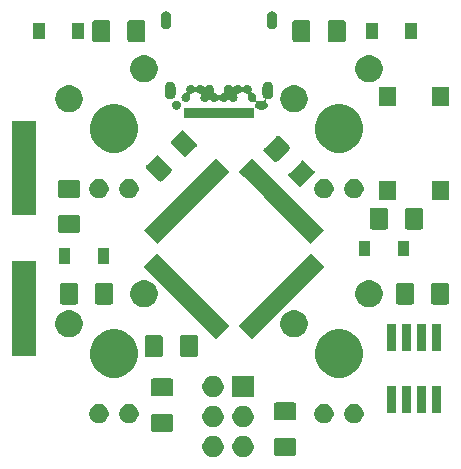
<source format=gbr>
G04 #@! TF.GenerationSoftware,KiCad,Pcbnew,5.1.5+dfsg1-2build2*
G04 #@! TF.CreationDate,2020-07-26T19:44:38+10:00*
G04 #@! TF.ProjectId,macr0,6d616372-302e-46b6-9963-61645f706362,rev?*
G04 #@! TF.SameCoordinates,Original*
G04 #@! TF.FileFunction,Soldermask,Bot*
G04 #@! TF.FilePolarity,Negative*
%FSLAX46Y46*%
G04 Gerber Fmt 4.6, Leading zero omitted, Abs format (unit mm)*
G04 Created by KiCad (PCBNEW 5.1.5+dfsg1-2build2) date 2020-07-26 19:44:38*
%MOMM*%
%LPD*%
G04 APERTURE LIST*
%ADD10C,0.100000*%
G04 APERTURE END LIST*
D10*
G36*
X138543512Y-115689927D02*
G01*
X138692812Y-115719624D01*
X138856784Y-115787544D01*
X139004354Y-115886147D01*
X139129853Y-116011646D01*
X139228456Y-116159216D01*
X139296376Y-116323188D01*
X139331000Y-116497259D01*
X139331000Y-116674741D01*
X139296376Y-116848812D01*
X139228456Y-117012784D01*
X139129853Y-117160354D01*
X139004354Y-117285853D01*
X138856784Y-117384456D01*
X138692812Y-117452376D01*
X138543512Y-117482073D01*
X138518742Y-117487000D01*
X138341258Y-117487000D01*
X138316488Y-117482073D01*
X138167188Y-117452376D01*
X138003216Y-117384456D01*
X137855646Y-117285853D01*
X137730147Y-117160354D01*
X137631544Y-117012784D01*
X137563624Y-116848812D01*
X137529000Y-116674741D01*
X137529000Y-116497259D01*
X137563624Y-116323188D01*
X137631544Y-116159216D01*
X137730147Y-116011646D01*
X137855646Y-115886147D01*
X138003216Y-115787544D01*
X138167188Y-115719624D01*
X138316488Y-115689927D01*
X138341258Y-115685000D01*
X138518742Y-115685000D01*
X138543512Y-115689927D01*
G37*
G36*
X136003512Y-115689927D02*
G01*
X136152812Y-115719624D01*
X136316784Y-115787544D01*
X136464354Y-115886147D01*
X136589853Y-116011646D01*
X136688456Y-116159216D01*
X136756376Y-116323188D01*
X136791000Y-116497259D01*
X136791000Y-116674741D01*
X136756376Y-116848812D01*
X136688456Y-117012784D01*
X136589853Y-117160354D01*
X136464354Y-117285853D01*
X136316784Y-117384456D01*
X136152812Y-117452376D01*
X136003512Y-117482073D01*
X135978742Y-117487000D01*
X135801258Y-117487000D01*
X135776488Y-117482073D01*
X135627188Y-117452376D01*
X135463216Y-117384456D01*
X135315646Y-117285853D01*
X135190147Y-117160354D01*
X135091544Y-117012784D01*
X135023624Y-116848812D01*
X134989000Y-116674741D01*
X134989000Y-116497259D01*
X135023624Y-116323188D01*
X135091544Y-116159216D01*
X135190147Y-116011646D01*
X135315646Y-115886147D01*
X135463216Y-115787544D01*
X135627188Y-115719624D01*
X135776488Y-115689927D01*
X135801258Y-115685000D01*
X135978742Y-115685000D01*
X136003512Y-115689927D01*
G37*
G36*
X142761562Y-115826681D02*
G01*
X142796481Y-115837274D01*
X142828663Y-115854476D01*
X142856873Y-115877627D01*
X142880024Y-115905837D01*
X142897226Y-115938019D01*
X142907819Y-115972938D01*
X142912000Y-116015395D01*
X142912000Y-117156605D01*
X142907819Y-117199062D01*
X142897226Y-117233981D01*
X142880024Y-117266163D01*
X142856873Y-117294373D01*
X142828663Y-117317524D01*
X142796481Y-117334726D01*
X142761562Y-117345319D01*
X142719105Y-117349500D01*
X141252895Y-117349500D01*
X141210438Y-117345319D01*
X141175519Y-117334726D01*
X141143337Y-117317524D01*
X141115127Y-117294373D01*
X141091976Y-117266163D01*
X141074774Y-117233981D01*
X141064181Y-117199062D01*
X141060000Y-117156605D01*
X141060000Y-116015395D01*
X141064181Y-115972938D01*
X141074774Y-115938019D01*
X141091976Y-115905837D01*
X141115127Y-115877627D01*
X141143337Y-115854476D01*
X141175519Y-115837274D01*
X141210438Y-115826681D01*
X141252895Y-115822500D01*
X142719105Y-115822500D01*
X142761562Y-115826681D01*
G37*
G36*
X132347562Y-113794681D02*
G01*
X132382481Y-113805274D01*
X132414663Y-113822476D01*
X132442873Y-113845627D01*
X132466024Y-113873837D01*
X132483226Y-113906019D01*
X132493819Y-113940938D01*
X132498000Y-113983395D01*
X132498000Y-115124605D01*
X132493819Y-115167062D01*
X132483226Y-115201981D01*
X132466024Y-115234163D01*
X132442873Y-115262373D01*
X132414663Y-115285524D01*
X132382481Y-115302726D01*
X132347562Y-115313319D01*
X132305105Y-115317500D01*
X130838895Y-115317500D01*
X130796438Y-115313319D01*
X130761519Y-115302726D01*
X130729337Y-115285524D01*
X130701127Y-115262373D01*
X130677976Y-115234163D01*
X130660774Y-115201981D01*
X130650181Y-115167062D01*
X130646000Y-115124605D01*
X130646000Y-113983395D01*
X130650181Y-113940938D01*
X130660774Y-113906019D01*
X130677976Y-113873837D01*
X130701127Y-113845627D01*
X130729337Y-113822476D01*
X130761519Y-113805274D01*
X130796438Y-113794681D01*
X130838895Y-113790500D01*
X132305105Y-113790500D01*
X132347562Y-113794681D01*
G37*
G36*
X138543512Y-113149927D02*
G01*
X138692812Y-113179624D01*
X138856784Y-113247544D01*
X139004354Y-113346147D01*
X139129853Y-113471646D01*
X139228456Y-113619216D01*
X139296376Y-113783188D01*
X139331000Y-113957259D01*
X139331000Y-114134741D01*
X139296376Y-114308812D01*
X139228456Y-114472784D01*
X139129853Y-114620354D01*
X139004354Y-114745853D01*
X138856784Y-114844456D01*
X138692812Y-114912376D01*
X138543512Y-114942073D01*
X138518742Y-114947000D01*
X138341258Y-114947000D01*
X138316488Y-114942073D01*
X138167188Y-114912376D01*
X138003216Y-114844456D01*
X137855646Y-114745853D01*
X137730147Y-114620354D01*
X137631544Y-114472784D01*
X137563624Y-114308812D01*
X137529000Y-114134741D01*
X137529000Y-113957259D01*
X137563624Y-113783188D01*
X137631544Y-113619216D01*
X137730147Y-113471646D01*
X137855646Y-113346147D01*
X138003216Y-113247544D01*
X138167188Y-113179624D01*
X138316488Y-113149927D01*
X138341258Y-113145000D01*
X138518742Y-113145000D01*
X138543512Y-113149927D01*
G37*
G36*
X136003512Y-113149927D02*
G01*
X136152812Y-113179624D01*
X136316784Y-113247544D01*
X136464354Y-113346147D01*
X136589853Y-113471646D01*
X136688456Y-113619216D01*
X136756376Y-113783188D01*
X136791000Y-113957259D01*
X136791000Y-114134741D01*
X136756376Y-114308812D01*
X136688456Y-114472784D01*
X136589853Y-114620354D01*
X136464354Y-114745853D01*
X136316784Y-114844456D01*
X136152812Y-114912376D01*
X136003512Y-114942073D01*
X135978742Y-114947000D01*
X135801258Y-114947000D01*
X135776488Y-114942073D01*
X135627188Y-114912376D01*
X135463216Y-114844456D01*
X135315646Y-114745853D01*
X135190147Y-114620354D01*
X135091544Y-114472784D01*
X135023624Y-114308812D01*
X134989000Y-114134741D01*
X134989000Y-113957259D01*
X135023624Y-113783188D01*
X135091544Y-113619216D01*
X135190147Y-113471646D01*
X135315646Y-113346147D01*
X135463216Y-113247544D01*
X135627188Y-113179624D01*
X135776488Y-113149927D01*
X135801258Y-113145000D01*
X135978742Y-113145000D01*
X136003512Y-113149927D01*
G37*
G36*
X129015142Y-113010242D02*
G01*
X129163101Y-113071529D01*
X129296255Y-113160499D01*
X129409501Y-113273745D01*
X129498471Y-113406899D01*
X129559758Y-113554858D01*
X129591000Y-113711925D01*
X129591000Y-113872075D01*
X129559758Y-114029142D01*
X129498471Y-114177101D01*
X129409501Y-114310255D01*
X129296255Y-114423501D01*
X129163101Y-114512471D01*
X129015142Y-114573758D01*
X128858075Y-114605000D01*
X128697925Y-114605000D01*
X128540858Y-114573758D01*
X128392899Y-114512471D01*
X128259745Y-114423501D01*
X128146499Y-114310255D01*
X128057529Y-114177101D01*
X127996242Y-114029142D01*
X127965000Y-113872075D01*
X127965000Y-113711925D01*
X127996242Y-113554858D01*
X128057529Y-113406899D01*
X128146499Y-113273745D01*
X128259745Y-113160499D01*
X128392899Y-113071529D01*
X128540858Y-113010242D01*
X128697925Y-112979000D01*
X128858075Y-112979000D01*
X129015142Y-113010242D01*
G37*
G36*
X126475142Y-113010242D02*
G01*
X126623101Y-113071529D01*
X126756255Y-113160499D01*
X126869501Y-113273745D01*
X126958471Y-113406899D01*
X127019758Y-113554858D01*
X127051000Y-113711925D01*
X127051000Y-113872075D01*
X127019758Y-114029142D01*
X126958471Y-114177101D01*
X126869501Y-114310255D01*
X126756255Y-114423501D01*
X126623101Y-114512471D01*
X126475142Y-114573758D01*
X126318075Y-114605000D01*
X126157925Y-114605000D01*
X126000858Y-114573758D01*
X125852899Y-114512471D01*
X125719745Y-114423501D01*
X125606499Y-114310255D01*
X125517529Y-114177101D01*
X125456242Y-114029142D01*
X125425000Y-113872075D01*
X125425000Y-113711925D01*
X125456242Y-113554858D01*
X125517529Y-113406899D01*
X125606499Y-113273745D01*
X125719745Y-113160499D01*
X125852899Y-113071529D01*
X126000858Y-113010242D01*
X126157925Y-112979000D01*
X126318075Y-112979000D01*
X126475142Y-113010242D01*
G37*
G36*
X145525142Y-113010242D02*
G01*
X145673101Y-113071529D01*
X145806255Y-113160499D01*
X145919501Y-113273745D01*
X146008471Y-113406899D01*
X146069758Y-113554858D01*
X146101000Y-113711925D01*
X146101000Y-113872075D01*
X146069758Y-114029142D01*
X146008471Y-114177101D01*
X145919501Y-114310255D01*
X145806255Y-114423501D01*
X145673101Y-114512471D01*
X145525142Y-114573758D01*
X145368075Y-114605000D01*
X145207925Y-114605000D01*
X145050858Y-114573758D01*
X144902899Y-114512471D01*
X144769745Y-114423501D01*
X144656499Y-114310255D01*
X144567529Y-114177101D01*
X144506242Y-114029142D01*
X144475000Y-113872075D01*
X144475000Y-113711925D01*
X144506242Y-113554858D01*
X144567529Y-113406899D01*
X144656499Y-113273745D01*
X144769745Y-113160499D01*
X144902899Y-113071529D01*
X145050858Y-113010242D01*
X145207925Y-112979000D01*
X145368075Y-112979000D01*
X145525142Y-113010242D01*
G37*
G36*
X148065142Y-113010242D02*
G01*
X148213101Y-113071529D01*
X148346255Y-113160499D01*
X148459501Y-113273745D01*
X148548471Y-113406899D01*
X148609758Y-113554858D01*
X148641000Y-113711925D01*
X148641000Y-113872075D01*
X148609758Y-114029142D01*
X148548471Y-114177101D01*
X148459501Y-114310255D01*
X148346255Y-114423501D01*
X148213101Y-114512471D01*
X148065142Y-114573758D01*
X147908075Y-114605000D01*
X147747925Y-114605000D01*
X147590858Y-114573758D01*
X147442899Y-114512471D01*
X147309745Y-114423501D01*
X147196499Y-114310255D01*
X147107529Y-114177101D01*
X147046242Y-114029142D01*
X147015000Y-113872075D01*
X147015000Y-113711925D01*
X147046242Y-113554858D01*
X147107529Y-113406899D01*
X147196499Y-113273745D01*
X147309745Y-113160499D01*
X147442899Y-113071529D01*
X147590858Y-113010242D01*
X147747925Y-112979000D01*
X147908075Y-112979000D01*
X148065142Y-113010242D01*
G37*
G36*
X142761562Y-112851681D02*
G01*
X142796481Y-112862274D01*
X142828663Y-112879476D01*
X142856873Y-112902627D01*
X142880024Y-112930837D01*
X142897226Y-112963019D01*
X142907819Y-112997938D01*
X142912000Y-113040395D01*
X142912000Y-114181605D01*
X142907819Y-114224062D01*
X142897226Y-114258981D01*
X142880024Y-114291163D01*
X142856873Y-114319373D01*
X142828663Y-114342524D01*
X142796481Y-114359726D01*
X142761562Y-114370319D01*
X142719105Y-114374500D01*
X141252895Y-114374500D01*
X141210438Y-114370319D01*
X141175519Y-114359726D01*
X141143337Y-114342524D01*
X141115127Y-114319373D01*
X141091976Y-114291163D01*
X141074774Y-114258981D01*
X141064181Y-114224062D01*
X141060000Y-114181605D01*
X141060000Y-113040395D01*
X141064181Y-112997938D01*
X141074774Y-112963019D01*
X141091976Y-112930837D01*
X141115127Y-112902627D01*
X141143337Y-112879476D01*
X141175519Y-112862274D01*
X141210438Y-112851681D01*
X141252895Y-112847500D01*
X142719105Y-112847500D01*
X142761562Y-112851681D01*
G37*
G36*
X152624000Y-113733000D02*
G01*
X151922000Y-113733000D01*
X151922000Y-111431000D01*
X152624000Y-111431000D01*
X152624000Y-113733000D01*
G37*
G36*
X155164000Y-113733000D02*
G01*
X154462000Y-113733000D01*
X154462000Y-111431000D01*
X155164000Y-111431000D01*
X155164000Y-113733000D01*
G37*
G36*
X153894000Y-113733000D02*
G01*
X153192000Y-113733000D01*
X153192000Y-111431000D01*
X153894000Y-111431000D01*
X153894000Y-113733000D01*
G37*
G36*
X151354000Y-113733000D02*
G01*
X150652000Y-113733000D01*
X150652000Y-111431000D01*
X151354000Y-111431000D01*
X151354000Y-113733000D01*
G37*
G36*
X136003512Y-110609927D02*
G01*
X136152812Y-110639624D01*
X136316784Y-110707544D01*
X136464354Y-110806147D01*
X136589853Y-110931646D01*
X136688456Y-111079216D01*
X136756376Y-111243188D01*
X136791000Y-111417259D01*
X136791000Y-111594741D01*
X136756376Y-111768812D01*
X136688456Y-111932784D01*
X136589853Y-112080354D01*
X136464354Y-112205853D01*
X136316784Y-112304456D01*
X136152812Y-112372376D01*
X136003512Y-112402073D01*
X135978742Y-112407000D01*
X135801258Y-112407000D01*
X135776488Y-112402073D01*
X135627188Y-112372376D01*
X135463216Y-112304456D01*
X135315646Y-112205853D01*
X135190147Y-112080354D01*
X135091544Y-111932784D01*
X135023624Y-111768812D01*
X134989000Y-111594741D01*
X134989000Y-111417259D01*
X135023624Y-111243188D01*
X135091544Y-111079216D01*
X135190147Y-110931646D01*
X135315646Y-110806147D01*
X135463216Y-110707544D01*
X135627188Y-110639624D01*
X135776488Y-110609927D01*
X135801258Y-110605000D01*
X135978742Y-110605000D01*
X136003512Y-110609927D01*
G37*
G36*
X139331000Y-112407000D02*
G01*
X137529000Y-112407000D01*
X137529000Y-110605000D01*
X139331000Y-110605000D01*
X139331000Y-112407000D01*
G37*
G36*
X132347562Y-110819681D02*
G01*
X132382481Y-110830274D01*
X132414663Y-110847476D01*
X132442873Y-110870627D01*
X132466024Y-110898837D01*
X132483226Y-110931019D01*
X132493819Y-110965938D01*
X132498000Y-111008395D01*
X132498000Y-112149605D01*
X132493819Y-112192062D01*
X132483226Y-112226981D01*
X132466024Y-112259163D01*
X132442873Y-112287373D01*
X132414663Y-112310524D01*
X132382481Y-112327726D01*
X132347562Y-112338319D01*
X132305105Y-112342500D01*
X130838895Y-112342500D01*
X130796438Y-112338319D01*
X130761519Y-112327726D01*
X130729337Y-112310524D01*
X130701127Y-112287373D01*
X130677976Y-112259163D01*
X130660774Y-112226981D01*
X130650181Y-112192062D01*
X130646000Y-112149605D01*
X130646000Y-111008395D01*
X130650181Y-110965938D01*
X130660774Y-110931019D01*
X130677976Y-110898837D01*
X130701127Y-110870627D01*
X130729337Y-110847476D01*
X130761519Y-110830274D01*
X130796438Y-110819681D01*
X130838895Y-110815500D01*
X132305105Y-110815500D01*
X132347562Y-110819681D01*
G37*
G36*
X147156254Y-106739818D02*
G01*
X147529511Y-106894426D01*
X147529513Y-106894427D01*
X147865436Y-107118884D01*
X148151116Y-107404564D01*
X148375574Y-107740489D01*
X148530182Y-108113746D01*
X148609000Y-108509993D01*
X148609000Y-108914007D01*
X148530182Y-109310254D01*
X148375574Y-109683511D01*
X148375573Y-109683513D01*
X148151116Y-110019436D01*
X147865436Y-110305116D01*
X147529513Y-110529573D01*
X147529512Y-110529574D01*
X147529511Y-110529574D01*
X147156254Y-110684182D01*
X146760007Y-110763000D01*
X146355993Y-110763000D01*
X145959746Y-110684182D01*
X145586489Y-110529574D01*
X145586488Y-110529574D01*
X145586487Y-110529573D01*
X145250564Y-110305116D01*
X144964884Y-110019436D01*
X144740427Y-109683513D01*
X144740426Y-109683511D01*
X144585818Y-109310254D01*
X144507000Y-108914007D01*
X144507000Y-108509993D01*
X144585818Y-108113746D01*
X144740426Y-107740489D01*
X144964884Y-107404564D01*
X145250564Y-107118884D01*
X145586487Y-106894427D01*
X145586489Y-106894426D01*
X145959746Y-106739818D01*
X146355993Y-106661000D01*
X146760007Y-106661000D01*
X147156254Y-106739818D01*
G37*
G36*
X128106254Y-106739818D02*
G01*
X128479511Y-106894426D01*
X128479513Y-106894427D01*
X128815436Y-107118884D01*
X129101116Y-107404564D01*
X129325574Y-107740489D01*
X129480182Y-108113746D01*
X129559000Y-108509993D01*
X129559000Y-108914007D01*
X129480182Y-109310254D01*
X129325574Y-109683511D01*
X129325573Y-109683513D01*
X129101116Y-110019436D01*
X128815436Y-110305116D01*
X128479513Y-110529573D01*
X128479512Y-110529574D01*
X128479511Y-110529574D01*
X128106254Y-110684182D01*
X127710007Y-110763000D01*
X127305993Y-110763000D01*
X126909746Y-110684182D01*
X126536489Y-110529574D01*
X126536488Y-110529574D01*
X126536487Y-110529573D01*
X126200564Y-110305116D01*
X125914884Y-110019436D01*
X125690427Y-109683513D01*
X125690426Y-109683511D01*
X125535818Y-109310254D01*
X125457000Y-108914007D01*
X125457000Y-108509993D01*
X125535818Y-108113746D01*
X125690426Y-107740489D01*
X125914884Y-107404564D01*
X126200564Y-107118884D01*
X126536487Y-106894427D01*
X126536489Y-106894426D01*
X126909746Y-106739818D01*
X127305993Y-106661000D01*
X127710007Y-106661000D01*
X128106254Y-106739818D01*
G37*
G36*
X131496062Y-107155181D02*
G01*
X131530981Y-107165774D01*
X131563163Y-107182976D01*
X131591373Y-107206127D01*
X131614524Y-107234337D01*
X131631726Y-107266519D01*
X131642319Y-107301438D01*
X131646500Y-107343895D01*
X131646500Y-108810105D01*
X131642319Y-108852562D01*
X131631726Y-108887481D01*
X131614524Y-108919663D01*
X131591373Y-108947873D01*
X131563163Y-108971024D01*
X131530981Y-108988226D01*
X131496062Y-108998819D01*
X131453605Y-109003000D01*
X130312395Y-109003000D01*
X130269938Y-108998819D01*
X130235019Y-108988226D01*
X130202837Y-108971024D01*
X130174627Y-108947873D01*
X130151476Y-108919663D01*
X130134274Y-108887481D01*
X130123681Y-108852562D01*
X130119500Y-108810105D01*
X130119500Y-107343895D01*
X130123681Y-107301438D01*
X130134274Y-107266519D01*
X130151476Y-107234337D01*
X130174627Y-107206127D01*
X130202837Y-107182976D01*
X130235019Y-107165774D01*
X130269938Y-107155181D01*
X130312395Y-107151000D01*
X131453605Y-107151000D01*
X131496062Y-107155181D01*
G37*
G36*
X134471062Y-107155181D02*
G01*
X134505981Y-107165774D01*
X134538163Y-107182976D01*
X134566373Y-107206127D01*
X134589524Y-107234337D01*
X134606726Y-107266519D01*
X134617319Y-107301438D01*
X134621500Y-107343895D01*
X134621500Y-108810105D01*
X134617319Y-108852562D01*
X134606726Y-108887481D01*
X134589524Y-108919663D01*
X134566373Y-108947873D01*
X134538163Y-108971024D01*
X134505981Y-108988226D01*
X134471062Y-108998819D01*
X134428605Y-109003000D01*
X133287395Y-109003000D01*
X133244938Y-108998819D01*
X133210019Y-108988226D01*
X133177837Y-108971024D01*
X133149627Y-108947873D01*
X133126476Y-108919663D01*
X133109274Y-108887481D01*
X133098681Y-108852562D01*
X133094500Y-108810105D01*
X133094500Y-107343895D01*
X133098681Y-107301438D01*
X133109274Y-107266519D01*
X133126476Y-107234337D01*
X133149627Y-107206127D01*
X133177837Y-107182976D01*
X133210019Y-107165774D01*
X133244938Y-107155181D01*
X133287395Y-107151000D01*
X134428605Y-107151000D01*
X134471062Y-107155181D01*
G37*
G36*
X120939000Y-108890500D02*
G01*
X118837000Y-108890500D01*
X118837000Y-100913500D01*
X120939000Y-100913500D01*
X120939000Y-108890500D01*
G37*
G36*
X152624000Y-108533000D02*
G01*
X151922000Y-108533000D01*
X151922000Y-106231000D01*
X152624000Y-106231000D01*
X152624000Y-108533000D01*
G37*
G36*
X153894000Y-108533000D02*
G01*
X153192000Y-108533000D01*
X153192000Y-106231000D01*
X153894000Y-106231000D01*
X153894000Y-108533000D01*
G37*
G36*
X155164000Y-108533000D02*
G01*
X154462000Y-108533000D01*
X154462000Y-106231000D01*
X155164000Y-106231000D01*
X155164000Y-108533000D01*
G37*
G36*
X151354000Y-108533000D02*
G01*
X150652000Y-108533000D01*
X150652000Y-106231000D01*
X151354000Y-106231000D01*
X151354000Y-108533000D01*
G37*
G36*
X145323845Y-101359958D02*
G01*
X144774424Y-101909379D01*
X144208738Y-102475064D01*
X143715177Y-102968626D01*
X140814626Y-105869177D01*
X140248940Y-106434862D01*
X139755379Y-106928424D01*
X139205958Y-107477845D01*
X138073173Y-106345060D01*
X138534206Y-105884027D01*
X138550471Y-105867763D01*
X138550480Y-105867752D01*
X139753954Y-104664278D01*
X139753965Y-104664269D01*
X139770230Y-104648005D01*
X139770229Y-104648004D01*
X140231262Y-104186971D01*
X140231263Y-104186972D01*
X140247527Y-104170707D01*
X140247536Y-104170696D01*
X140885325Y-103532907D01*
X140885336Y-103532898D01*
X140901601Y-103516634D01*
X140901600Y-103516633D01*
X141362633Y-103055600D01*
X141362634Y-103055601D01*
X141378898Y-103039336D01*
X141378907Y-103039325D01*
X142016696Y-102401536D01*
X142016707Y-102401527D01*
X142032972Y-102385263D01*
X142032971Y-102385262D01*
X142494004Y-101924229D01*
X142494005Y-101924230D01*
X142510269Y-101907965D01*
X142510278Y-101907954D01*
X143713752Y-100704480D01*
X143713763Y-100704471D01*
X143730027Y-100688206D01*
X144191060Y-100227173D01*
X145323845Y-101359958D01*
G37*
G36*
X131622238Y-100704471D02*
G01*
X131622244Y-100704476D01*
X132825727Y-101907959D01*
X132825732Y-101907965D01*
X133319294Y-102401527D01*
X133319300Y-102401532D01*
X133957098Y-103039330D01*
X133957103Y-103039336D01*
X134450665Y-103532898D01*
X134450671Y-103532903D01*
X135088469Y-104170701D01*
X135088474Y-104170707D01*
X135582036Y-104664269D01*
X135582042Y-104664274D01*
X136785525Y-105867757D01*
X136785530Y-105867763D01*
X137262827Y-106345060D01*
X136130042Y-107477845D01*
X135580627Y-106928430D01*
X135580622Y-106928424D01*
X134521375Y-105869177D01*
X134521369Y-105869172D01*
X133883571Y-105231374D01*
X133883566Y-105231368D01*
X133390004Y-104737806D01*
X133389998Y-104737801D01*
X132752200Y-104100003D01*
X132752195Y-104099997D01*
X132258633Y-103606435D01*
X132258627Y-103606430D01*
X131620829Y-102968632D01*
X131620824Y-102968626D01*
X130561577Y-101909379D01*
X130561571Y-101909374D01*
X130012155Y-101359958D01*
X131144940Y-100227173D01*
X131622238Y-100704471D01*
G37*
G36*
X142972549Y-105043116D02*
G01*
X143083734Y-105065232D01*
X143293203Y-105151997D01*
X143481720Y-105277960D01*
X143642040Y-105438280D01*
X143768003Y-105626797D01*
X143854768Y-105836266D01*
X143899000Y-106058636D01*
X143899000Y-106285364D01*
X143854768Y-106507734D01*
X143768003Y-106717203D01*
X143642040Y-106905720D01*
X143481720Y-107066040D01*
X143293203Y-107192003D01*
X143083734Y-107278768D01*
X142972549Y-107300884D01*
X142861365Y-107323000D01*
X142634635Y-107323000D01*
X142523451Y-107300884D01*
X142412266Y-107278768D01*
X142202797Y-107192003D01*
X142014280Y-107066040D01*
X141853960Y-106905720D01*
X141727997Y-106717203D01*
X141641232Y-106507734D01*
X141597000Y-106285364D01*
X141597000Y-106058636D01*
X141641232Y-105836266D01*
X141727997Y-105626797D01*
X141853960Y-105438280D01*
X142014280Y-105277960D01*
X142202797Y-105151997D01*
X142412266Y-105065232D01*
X142523451Y-105043116D01*
X142634635Y-105021000D01*
X142861365Y-105021000D01*
X142972549Y-105043116D01*
G37*
G36*
X123922549Y-105043116D02*
G01*
X124033734Y-105065232D01*
X124243203Y-105151997D01*
X124431720Y-105277960D01*
X124592040Y-105438280D01*
X124718003Y-105626797D01*
X124804768Y-105836266D01*
X124849000Y-106058636D01*
X124849000Y-106285364D01*
X124804768Y-106507734D01*
X124718003Y-106717203D01*
X124592040Y-106905720D01*
X124431720Y-107066040D01*
X124243203Y-107192003D01*
X124033734Y-107278768D01*
X123922549Y-107300884D01*
X123811365Y-107323000D01*
X123584635Y-107323000D01*
X123473451Y-107300884D01*
X123362266Y-107278768D01*
X123152797Y-107192003D01*
X122964280Y-107066040D01*
X122803960Y-106905720D01*
X122677997Y-106717203D01*
X122591232Y-106507734D01*
X122547000Y-106285364D01*
X122547000Y-106058636D01*
X122591232Y-105836266D01*
X122677997Y-105626797D01*
X122803960Y-105438280D01*
X122964280Y-105277960D01*
X123152797Y-105151997D01*
X123362266Y-105065232D01*
X123473451Y-105043116D01*
X123584635Y-105021000D01*
X123811365Y-105021000D01*
X123922549Y-105043116D01*
G37*
G36*
X130206178Y-102489914D02*
G01*
X130383734Y-102525232D01*
X130593203Y-102611997D01*
X130781720Y-102737960D01*
X130942040Y-102898280D01*
X131068003Y-103086797D01*
X131154768Y-103296266D01*
X131199000Y-103518636D01*
X131199000Y-103745364D01*
X131154768Y-103967734D01*
X131068003Y-104177203D01*
X130942040Y-104365720D01*
X130781720Y-104526040D01*
X130593203Y-104652003D01*
X130593202Y-104652004D01*
X130593201Y-104652004D01*
X130563578Y-104664274D01*
X130383734Y-104738768D01*
X130313914Y-104752656D01*
X130161365Y-104783000D01*
X129934635Y-104783000D01*
X129782086Y-104752656D01*
X129712266Y-104738768D01*
X129532422Y-104664274D01*
X129502799Y-104652004D01*
X129502798Y-104652004D01*
X129502797Y-104652003D01*
X129314280Y-104526040D01*
X129153960Y-104365720D01*
X129027997Y-104177203D01*
X128941232Y-103967734D01*
X128897000Y-103745364D01*
X128897000Y-103518636D01*
X128941232Y-103296266D01*
X129027997Y-103086797D01*
X129153960Y-102898280D01*
X129314280Y-102737960D01*
X129502797Y-102611997D01*
X129712266Y-102525232D01*
X129889822Y-102489914D01*
X129934635Y-102481000D01*
X130161365Y-102481000D01*
X130206178Y-102489914D01*
G37*
G36*
X149256178Y-102489914D02*
G01*
X149433734Y-102525232D01*
X149643203Y-102611997D01*
X149831720Y-102737960D01*
X149992040Y-102898280D01*
X150118003Y-103086797D01*
X150204768Y-103296266D01*
X150249000Y-103518636D01*
X150249000Y-103745364D01*
X150204768Y-103967734D01*
X150118003Y-104177203D01*
X149992040Y-104365720D01*
X149831720Y-104526040D01*
X149643203Y-104652003D01*
X149643202Y-104652004D01*
X149643201Y-104652004D01*
X149613578Y-104664274D01*
X149433734Y-104738768D01*
X149363914Y-104752656D01*
X149211365Y-104783000D01*
X148984635Y-104783000D01*
X148832086Y-104752656D01*
X148762266Y-104738768D01*
X148582422Y-104664274D01*
X148552799Y-104652004D01*
X148552798Y-104652004D01*
X148552797Y-104652003D01*
X148364280Y-104526040D01*
X148203960Y-104365720D01*
X148077997Y-104177203D01*
X147991232Y-103967734D01*
X147947000Y-103745364D01*
X147947000Y-103518636D01*
X147991232Y-103296266D01*
X148077997Y-103086797D01*
X148203960Y-102898280D01*
X148364280Y-102737960D01*
X148552797Y-102611997D01*
X148762266Y-102525232D01*
X148939822Y-102489914D01*
X148984635Y-102481000D01*
X149211365Y-102481000D01*
X149256178Y-102489914D01*
G37*
G36*
X124311062Y-102710181D02*
G01*
X124345981Y-102720774D01*
X124378163Y-102737976D01*
X124406373Y-102761127D01*
X124429524Y-102789337D01*
X124446726Y-102821519D01*
X124457319Y-102856438D01*
X124461500Y-102898895D01*
X124461500Y-104365105D01*
X124457319Y-104407562D01*
X124446726Y-104442481D01*
X124429524Y-104474663D01*
X124406373Y-104502873D01*
X124378163Y-104526024D01*
X124345981Y-104543226D01*
X124311062Y-104553819D01*
X124268605Y-104558000D01*
X123127395Y-104558000D01*
X123084938Y-104553819D01*
X123050019Y-104543226D01*
X123017837Y-104526024D01*
X122989627Y-104502873D01*
X122966476Y-104474663D01*
X122949274Y-104442481D01*
X122938681Y-104407562D01*
X122934500Y-104365105D01*
X122934500Y-102898895D01*
X122938681Y-102856438D01*
X122949274Y-102821519D01*
X122966476Y-102789337D01*
X122989627Y-102761127D01*
X123017837Y-102737976D01*
X123050019Y-102720774D01*
X123084938Y-102710181D01*
X123127395Y-102706000D01*
X124268605Y-102706000D01*
X124311062Y-102710181D01*
G37*
G36*
X127286062Y-102710181D02*
G01*
X127320981Y-102720774D01*
X127353163Y-102737976D01*
X127381373Y-102761127D01*
X127404524Y-102789337D01*
X127421726Y-102821519D01*
X127432319Y-102856438D01*
X127436500Y-102898895D01*
X127436500Y-104365105D01*
X127432319Y-104407562D01*
X127421726Y-104442481D01*
X127404524Y-104474663D01*
X127381373Y-104502873D01*
X127353163Y-104526024D01*
X127320981Y-104543226D01*
X127286062Y-104553819D01*
X127243605Y-104558000D01*
X126102395Y-104558000D01*
X126059938Y-104553819D01*
X126025019Y-104543226D01*
X125992837Y-104526024D01*
X125964627Y-104502873D01*
X125941476Y-104474663D01*
X125924274Y-104442481D01*
X125913681Y-104407562D01*
X125909500Y-104365105D01*
X125909500Y-102898895D01*
X125913681Y-102856438D01*
X125924274Y-102821519D01*
X125941476Y-102789337D01*
X125964627Y-102761127D01*
X125992837Y-102737976D01*
X126025019Y-102720774D01*
X126059938Y-102710181D01*
X126102395Y-102706000D01*
X127243605Y-102706000D01*
X127286062Y-102710181D01*
G37*
G36*
X152759062Y-102710181D02*
G01*
X152793981Y-102720774D01*
X152826163Y-102737976D01*
X152854373Y-102761127D01*
X152877524Y-102789337D01*
X152894726Y-102821519D01*
X152905319Y-102856438D01*
X152909500Y-102898895D01*
X152909500Y-104365105D01*
X152905319Y-104407562D01*
X152894726Y-104442481D01*
X152877524Y-104474663D01*
X152854373Y-104502873D01*
X152826163Y-104526024D01*
X152793981Y-104543226D01*
X152759062Y-104553819D01*
X152716605Y-104558000D01*
X151575395Y-104558000D01*
X151532938Y-104553819D01*
X151498019Y-104543226D01*
X151465837Y-104526024D01*
X151437627Y-104502873D01*
X151414476Y-104474663D01*
X151397274Y-104442481D01*
X151386681Y-104407562D01*
X151382500Y-104365105D01*
X151382500Y-102898895D01*
X151386681Y-102856438D01*
X151397274Y-102821519D01*
X151414476Y-102789337D01*
X151437627Y-102761127D01*
X151465837Y-102737976D01*
X151498019Y-102720774D01*
X151532938Y-102710181D01*
X151575395Y-102706000D01*
X152716605Y-102706000D01*
X152759062Y-102710181D01*
G37*
G36*
X155734062Y-102710181D02*
G01*
X155768981Y-102720774D01*
X155801163Y-102737976D01*
X155829373Y-102761127D01*
X155852524Y-102789337D01*
X155869726Y-102821519D01*
X155880319Y-102856438D01*
X155884500Y-102898895D01*
X155884500Y-104365105D01*
X155880319Y-104407562D01*
X155869726Y-104442481D01*
X155852524Y-104474663D01*
X155829373Y-104502873D01*
X155801163Y-104526024D01*
X155768981Y-104543226D01*
X155734062Y-104553819D01*
X155691605Y-104558000D01*
X154550395Y-104558000D01*
X154507938Y-104553819D01*
X154473019Y-104543226D01*
X154440837Y-104526024D01*
X154412627Y-104502873D01*
X154389476Y-104474663D01*
X154372274Y-104442481D01*
X154361681Y-104407562D01*
X154357500Y-104365105D01*
X154357500Y-102898895D01*
X154361681Y-102856438D01*
X154372274Y-102821519D01*
X154389476Y-102789337D01*
X154412627Y-102761127D01*
X154440837Y-102737976D01*
X154473019Y-102720774D01*
X154507938Y-102710181D01*
X154550395Y-102706000D01*
X155691605Y-102706000D01*
X155734062Y-102710181D01*
G37*
G36*
X127119000Y-101108000D02*
G01*
X126117000Y-101108000D01*
X126117000Y-99806000D01*
X127119000Y-99806000D01*
X127119000Y-101108000D01*
G37*
G36*
X123819000Y-101108000D02*
G01*
X122817000Y-101108000D01*
X122817000Y-99806000D01*
X123819000Y-99806000D01*
X123819000Y-101108000D01*
G37*
G36*
X152519000Y-100473000D02*
G01*
X151517000Y-100473000D01*
X151517000Y-99171000D01*
X152519000Y-99171000D01*
X152519000Y-100473000D01*
G37*
G36*
X149219000Y-100473000D02*
G01*
X148217000Y-100473000D01*
X148217000Y-99171000D01*
X149219000Y-99171000D01*
X149219000Y-100473000D01*
G37*
G36*
X139755374Y-92715571D02*
G01*
X139755379Y-92715577D01*
X140814626Y-93774824D01*
X140814632Y-93774829D01*
X141452430Y-94412627D01*
X141452435Y-94412633D01*
X141945997Y-94906195D01*
X141946003Y-94906200D01*
X142583801Y-95543998D01*
X142583806Y-95544004D01*
X143077368Y-96037566D01*
X143077374Y-96037571D01*
X143715172Y-96675369D01*
X143715177Y-96675375D01*
X144774424Y-97734622D01*
X144774430Y-97734627D01*
X145323845Y-98284042D01*
X144191060Y-99416827D01*
X143713763Y-98939530D01*
X143713757Y-98939525D01*
X142510274Y-97736042D01*
X142510269Y-97736036D01*
X142016707Y-97242474D01*
X142016701Y-97242469D01*
X141378903Y-96604671D01*
X141378898Y-96604665D01*
X140885336Y-96111103D01*
X140885330Y-96111098D01*
X140247532Y-95473300D01*
X140247527Y-95473294D01*
X139753965Y-94979732D01*
X139753959Y-94979727D01*
X138550476Y-93776244D01*
X138550471Y-93776238D01*
X138073173Y-93298940D01*
X139205958Y-92166155D01*
X139755374Y-92715571D01*
G37*
G36*
X137262827Y-93298940D02*
G01*
X136785530Y-93776238D01*
X131622238Y-98939530D01*
X131144940Y-99416827D01*
X130012155Y-98284042D01*
X130561566Y-97734631D01*
X130561577Y-97734622D01*
X130577841Y-97718357D01*
X131604559Y-96691639D01*
X131620824Y-96675375D01*
X131620833Y-96675364D01*
X132258622Y-96037575D01*
X132258633Y-96037566D01*
X132274898Y-96021302D01*
X132274897Y-96021301D01*
X132735930Y-95560268D01*
X132735931Y-95560269D01*
X132752195Y-95544004D01*
X132752204Y-95543993D01*
X133389993Y-94906204D01*
X133390004Y-94906195D01*
X133406269Y-94889931D01*
X133406268Y-94889930D01*
X133867301Y-94428897D01*
X133867302Y-94428898D01*
X133883566Y-94412633D01*
X133883575Y-94412622D01*
X134521364Y-93774833D01*
X134521375Y-93774824D01*
X134537639Y-93758559D01*
X135564357Y-92731841D01*
X135580622Y-92715577D01*
X135580631Y-92715566D01*
X136130042Y-92166155D01*
X137262827Y-93298940D01*
G37*
G36*
X124473562Y-96957681D02*
G01*
X124508481Y-96968274D01*
X124540663Y-96985476D01*
X124568873Y-97008627D01*
X124592024Y-97036837D01*
X124609226Y-97069019D01*
X124619819Y-97103938D01*
X124624000Y-97146395D01*
X124624000Y-98287605D01*
X124619819Y-98330062D01*
X124609226Y-98364981D01*
X124592024Y-98397163D01*
X124568873Y-98425373D01*
X124540663Y-98448524D01*
X124508481Y-98465726D01*
X124473562Y-98476319D01*
X124431105Y-98480500D01*
X122964895Y-98480500D01*
X122922438Y-98476319D01*
X122887519Y-98465726D01*
X122855337Y-98448524D01*
X122827127Y-98425373D01*
X122803976Y-98397163D01*
X122786774Y-98364981D01*
X122776181Y-98330062D01*
X122772000Y-98287605D01*
X122772000Y-97146395D01*
X122776181Y-97103938D01*
X122786774Y-97069019D01*
X122803976Y-97036837D01*
X122827127Y-97008627D01*
X122855337Y-96985476D01*
X122887519Y-96968274D01*
X122922438Y-96957681D01*
X122964895Y-96953500D01*
X124431105Y-96953500D01*
X124473562Y-96957681D01*
G37*
G36*
X150546062Y-96360181D02*
G01*
X150580981Y-96370774D01*
X150613163Y-96387976D01*
X150641373Y-96411127D01*
X150664524Y-96439337D01*
X150681726Y-96471519D01*
X150692319Y-96506438D01*
X150696500Y-96548895D01*
X150696500Y-98015105D01*
X150692319Y-98057562D01*
X150681726Y-98092481D01*
X150664524Y-98124663D01*
X150641373Y-98152873D01*
X150613163Y-98176024D01*
X150580981Y-98193226D01*
X150546062Y-98203819D01*
X150503605Y-98208000D01*
X149362395Y-98208000D01*
X149319938Y-98203819D01*
X149285019Y-98193226D01*
X149252837Y-98176024D01*
X149224627Y-98152873D01*
X149201476Y-98124663D01*
X149184274Y-98092481D01*
X149173681Y-98057562D01*
X149169500Y-98015105D01*
X149169500Y-96548895D01*
X149173681Y-96506438D01*
X149184274Y-96471519D01*
X149201476Y-96439337D01*
X149224627Y-96411127D01*
X149252837Y-96387976D01*
X149285019Y-96370774D01*
X149319938Y-96360181D01*
X149362395Y-96356000D01*
X150503605Y-96356000D01*
X150546062Y-96360181D01*
G37*
G36*
X153521062Y-96360181D02*
G01*
X153555981Y-96370774D01*
X153588163Y-96387976D01*
X153616373Y-96411127D01*
X153639524Y-96439337D01*
X153656726Y-96471519D01*
X153667319Y-96506438D01*
X153671500Y-96548895D01*
X153671500Y-98015105D01*
X153667319Y-98057562D01*
X153656726Y-98092481D01*
X153639524Y-98124663D01*
X153616373Y-98152873D01*
X153588163Y-98176024D01*
X153555981Y-98193226D01*
X153521062Y-98203819D01*
X153478605Y-98208000D01*
X152337395Y-98208000D01*
X152294938Y-98203819D01*
X152260019Y-98193226D01*
X152227837Y-98176024D01*
X152199627Y-98152873D01*
X152176476Y-98124663D01*
X152159274Y-98092481D01*
X152148681Y-98057562D01*
X152144500Y-98015105D01*
X152144500Y-96548895D01*
X152148681Y-96506438D01*
X152159274Y-96471519D01*
X152176476Y-96439337D01*
X152199627Y-96411127D01*
X152227837Y-96387976D01*
X152260019Y-96370774D01*
X152294938Y-96360181D01*
X152337395Y-96356000D01*
X153478605Y-96356000D01*
X153521062Y-96360181D01*
G37*
G36*
X120939000Y-97015500D02*
G01*
X118837000Y-97015500D01*
X118837000Y-89038500D01*
X120939000Y-89038500D01*
X120939000Y-97015500D01*
G37*
G36*
X155859000Y-95733000D02*
G01*
X154457000Y-95733000D01*
X154457000Y-94081000D01*
X155859000Y-94081000D01*
X155859000Y-95733000D01*
G37*
G36*
X151359000Y-95733000D02*
G01*
X149957000Y-95733000D01*
X149957000Y-94081000D01*
X151359000Y-94081000D01*
X151359000Y-95733000D01*
G37*
G36*
X129015142Y-93960242D02*
G01*
X129163101Y-94021529D01*
X129296255Y-94110499D01*
X129409501Y-94223745D01*
X129498471Y-94356899D01*
X129559758Y-94504858D01*
X129591000Y-94661925D01*
X129591000Y-94822075D01*
X129559758Y-94979142D01*
X129498471Y-95127101D01*
X129409501Y-95260255D01*
X129296255Y-95373501D01*
X129163101Y-95462471D01*
X129015142Y-95523758D01*
X128858075Y-95555000D01*
X128697925Y-95555000D01*
X128540858Y-95523758D01*
X128392899Y-95462471D01*
X128259745Y-95373501D01*
X128146499Y-95260255D01*
X128057529Y-95127101D01*
X127996242Y-94979142D01*
X127965000Y-94822075D01*
X127965000Y-94661925D01*
X127996242Y-94504858D01*
X128057529Y-94356899D01*
X128146499Y-94223745D01*
X128259745Y-94110499D01*
X128392899Y-94021529D01*
X128540858Y-93960242D01*
X128697925Y-93929000D01*
X128858075Y-93929000D01*
X129015142Y-93960242D01*
G37*
G36*
X126475142Y-93960242D02*
G01*
X126623101Y-94021529D01*
X126756255Y-94110499D01*
X126869501Y-94223745D01*
X126958471Y-94356899D01*
X127019758Y-94504858D01*
X127051000Y-94661925D01*
X127051000Y-94822075D01*
X127019758Y-94979142D01*
X126958471Y-95127101D01*
X126869501Y-95260255D01*
X126756255Y-95373501D01*
X126623101Y-95462471D01*
X126475142Y-95523758D01*
X126318075Y-95555000D01*
X126157925Y-95555000D01*
X126000858Y-95523758D01*
X125852899Y-95462471D01*
X125719745Y-95373501D01*
X125606499Y-95260255D01*
X125517529Y-95127101D01*
X125456242Y-94979142D01*
X125425000Y-94822075D01*
X125425000Y-94661925D01*
X125456242Y-94504858D01*
X125517529Y-94356899D01*
X125606499Y-94223745D01*
X125719745Y-94110499D01*
X125852899Y-94021529D01*
X126000858Y-93960242D01*
X126157925Y-93929000D01*
X126318075Y-93929000D01*
X126475142Y-93960242D01*
G37*
G36*
X148065142Y-93960242D02*
G01*
X148213101Y-94021529D01*
X148346255Y-94110499D01*
X148459501Y-94223745D01*
X148548471Y-94356899D01*
X148609758Y-94504858D01*
X148641000Y-94661925D01*
X148641000Y-94822075D01*
X148609758Y-94979142D01*
X148548471Y-95127101D01*
X148459501Y-95260255D01*
X148346255Y-95373501D01*
X148213101Y-95462471D01*
X148065142Y-95523758D01*
X147908075Y-95555000D01*
X147747925Y-95555000D01*
X147590858Y-95523758D01*
X147442899Y-95462471D01*
X147309745Y-95373501D01*
X147196499Y-95260255D01*
X147107529Y-95127101D01*
X147046242Y-94979142D01*
X147015000Y-94822075D01*
X147015000Y-94661925D01*
X147046242Y-94504858D01*
X147107529Y-94356899D01*
X147196499Y-94223745D01*
X147309745Y-94110499D01*
X147442899Y-94021529D01*
X147590858Y-93960242D01*
X147747925Y-93929000D01*
X147908075Y-93929000D01*
X148065142Y-93960242D01*
G37*
G36*
X145525142Y-93960242D02*
G01*
X145673101Y-94021529D01*
X145806255Y-94110499D01*
X145919501Y-94223745D01*
X146008471Y-94356899D01*
X146069758Y-94504858D01*
X146101000Y-94661925D01*
X146101000Y-94822075D01*
X146069758Y-94979142D01*
X146008471Y-95127101D01*
X145919501Y-95260255D01*
X145806255Y-95373501D01*
X145673101Y-95462471D01*
X145525142Y-95523758D01*
X145368075Y-95555000D01*
X145207925Y-95555000D01*
X145050858Y-95523758D01*
X144902899Y-95462471D01*
X144769745Y-95373501D01*
X144656499Y-95260255D01*
X144567529Y-95127101D01*
X144506242Y-94979142D01*
X144475000Y-94822075D01*
X144475000Y-94661925D01*
X144506242Y-94504858D01*
X144567529Y-94356899D01*
X144656499Y-94223745D01*
X144769745Y-94110499D01*
X144902899Y-94021529D01*
X145050858Y-93960242D01*
X145207925Y-93929000D01*
X145368075Y-93929000D01*
X145525142Y-93960242D01*
G37*
G36*
X124473562Y-93982681D02*
G01*
X124508481Y-93993274D01*
X124540663Y-94010476D01*
X124568873Y-94033627D01*
X124592024Y-94061837D01*
X124609226Y-94094019D01*
X124619819Y-94128938D01*
X124624000Y-94171395D01*
X124624000Y-95312605D01*
X124619819Y-95355062D01*
X124609226Y-95389981D01*
X124592024Y-95422163D01*
X124568873Y-95450373D01*
X124540663Y-95473524D01*
X124508481Y-95490726D01*
X124473562Y-95501319D01*
X124431105Y-95505500D01*
X122964895Y-95505500D01*
X122922438Y-95501319D01*
X122887519Y-95490726D01*
X122855337Y-95473524D01*
X122827127Y-95450373D01*
X122803976Y-95422163D01*
X122786774Y-95389981D01*
X122776181Y-95355062D01*
X122772000Y-95312605D01*
X122772000Y-94171395D01*
X122776181Y-94128938D01*
X122786774Y-94094019D01*
X122803976Y-94061837D01*
X122827127Y-94033627D01*
X122855337Y-94010476D01*
X122887519Y-93993274D01*
X122922438Y-93982681D01*
X122964895Y-93978500D01*
X124431105Y-93978500D01*
X124473562Y-93982681D01*
G37*
G36*
X143534222Y-92358881D02*
G01*
X143569141Y-92369474D01*
X143601323Y-92386676D01*
X143634297Y-92413737D01*
X143687329Y-92466769D01*
X143687335Y-92466774D01*
X144388226Y-93167665D01*
X144388231Y-93167671D01*
X144441263Y-93220703D01*
X144468324Y-93253677D01*
X144485526Y-93285859D01*
X144496119Y-93320778D01*
X144499695Y-93357095D01*
X144496119Y-93393412D01*
X144485526Y-93428331D01*
X144468324Y-93460513D01*
X144441263Y-93493487D01*
X144388231Y-93546519D01*
X144388226Y-93546525D01*
X143457525Y-94477226D01*
X143457519Y-94477231D01*
X143404487Y-94530263D01*
X143371513Y-94557324D01*
X143339331Y-94574526D01*
X143304412Y-94585119D01*
X143268095Y-94588695D01*
X143231778Y-94585119D01*
X143196859Y-94574526D01*
X143164677Y-94557324D01*
X143131703Y-94530263D01*
X143078671Y-94477231D01*
X143078665Y-94477226D01*
X142377774Y-93776335D01*
X142377769Y-93776329D01*
X142324737Y-93723297D01*
X142297676Y-93690323D01*
X142280474Y-93658141D01*
X142269881Y-93623222D01*
X142266305Y-93586905D01*
X142269881Y-93550588D01*
X142280474Y-93515669D01*
X142297676Y-93483487D01*
X142324737Y-93450513D01*
X142377769Y-93397481D01*
X142377774Y-93397475D01*
X143308475Y-92466774D01*
X143308481Y-92466769D01*
X143361513Y-92413737D01*
X143394487Y-92386676D01*
X143426669Y-92369474D01*
X143461588Y-92358881D01*
X143497905Y-92355305D01*
X143534222Y-92358881D01*
G37*
G36*
X131240091Y-91922523D02*
G01*
X131275010Y-91933116D01*
X131307192Y-91950318D01*
X131340166Y-91977379D01*
X131393198Y-92030411D01*
X131393204Y-92030416D01*
X132323905Y-92961117D01*
X132323910Y-92961123D01*
X132376942Y-93014155D01*
X132404003Y-93047129D01*
X132421205Y-93079311D01*
X132431798Y-93114230D01*
X132435374Y-93150547D01*
X132431798Y-93186864D01*
X132421205Y-93221783D01*
X132404003Y-93253965D01*
X132376942Y-93286939D01*
X132323910Y-93339971D01*
X132323905Y-93339977D01*
X131623014Y-94040868D01*
X131623008Y-94040873D01*
X131569976Y-94093905D01*
X131537002Y-94120966D01*
X131504820Y-94138168D01*
X131469901Y-94148761D01*
X131433584Y-94152337D01*
X131397267Y-94148761D01*
X131362348Y-94138168D01*
X131330166Y-94120966D01*
X131297192Y-94093905D01*
X131244160Y-94040873D01*
X131244154Y-94040868D01*
X130313453Y-93110167D01*
X130313448Y-93110161D01*
X130260416Y-93057129D01*
X130233355Y-93024155D01*
X130216153Y-92991973D01*
X130205560Y-92957054D01*
X130201984Y-92920737D01*
X130205560Y-92884420D01*
X130216153Y-92849501D01*
X130233355Y-92817319D01*
X130260416Y-92784345D01*
X130313448Y-92731313D01*
X130313453Y-92731307D01*
X131014344Y-92030416D01*
X131014350Y-92030411D01*
X131067382Y-91977379D01*
X131100356Y-91950318D01*
X131132538Y-91933116D01*
X131167457Y-91922523D01*
X131203774Y-91918947D01*
X131240091Y-91922523D01*
G37*
G36*
X141430580Y-90255239D02*
G01*
X141465499Y-90265832D01*
X141497681Y-90283034D01*
X141530655Y-90310095D01*
X141583687Y-90363127D01*
X141583693Y-90363132D01*
X142284584Y-91064023D01*
X142284589Y-91064029D01*
X142337621Y-91117061D01*
X142364682Y-91150035D01*
X142381884Y-91182217D01*
X142392477Y-91217136D01*
X142396053Y-91253453D01*
X142392477Y-91289770D01*
X142381884Y-91324689D01*
X142364682Y-91356871D01*
X142337621Y-91389845D01*
X142284589Y-91442877D01*
X142284584Y-91442883D01*
X141353883Y-92373584D01*
X141353877Y-92373589D01*
X141300845Y-92426621D01*
X141267871Y-92453682D01*
X141235689Y-92470884D01*
X141200770Y-92481477D01*
X141164453Y-92485053D01*
X141128136Y-92481477D01*
X141093217Y-92470884D01*
X141061035Y-92453682D01*
X141028061Y-92426621D01*
X140975029Y-92373589D01*
X140975023Y-92373584D01*
X140274132Y-91672693D01*
X140274127Y-91672687D01*
X140221095Y-91619655D01*
X140194034Y-91586681D01*
X140176832Y-91554499D01*
X140166239Y-91519580D01*
X140162663Y-91483263D01*
X140166239Y-91446946D01*
X140176832Y-91412027D01*
X140194034Y-91379845D01*
X140221095Y-91346871D01*
X140274127Y-91293839D01*
X140274132Y-91293833D01*
X141204833Y-90363132D01*
X141204839Y-90363127D01*
X141257871Y-90310095D01*
X141290845Y-90283034D01*
X141323027Y-90265832D01*
X141357946Y-90255239D01*
X141394263Y-90251663D01*
X141430580Y-90255239D01*
G37*
G36*
X133343733Y-89818881D02*
G01*
X133378652Y-89829474D01*
X133410834Y-89846676D01*
X133443808Y-89873737D01*
X133496840Y-89926769D01*
X133496846Y-89926774D01*
X134427547Y-90857475D01*
X134427552Y-90857481D01*
X134480584Y-90910513D01*
X134507645Y-90943487D01*
X134524847Y-90975669D01*
X134535440Y-91010588D01*
X134539016Y-91046905D01*
X134535440Y-91083222D01*
X134524847Y-91118141D01*
X134507645Y-91150323D01*
X134480584Y-91183297D01*
X134427552Y-91236329D01*
X134427547Y-91236335D01*
X133726656Y-91937226D01*
X133726650Y-91937231D01*
X133673618Y-91990263D01*
X133640644Y-92017324D01*
X133608462Y-92034526D01*
X133573543Y-92045119D01*
X133537226Y-92048695D01*
X133500909Y-92045119D01*
X133465990Y-92034526D01*
X133433808Y-92017324D01*
X133400834Y-91990263D01*
X133347802Y-91937231D01*
X133347796Y-91937226D01*
X132417095Y-91006525D01*
X132417090Y-91006519D01*
X132364058Y-90953487D01*
X132336997Y-90920513D01*
X132319795Y-90888331D01*
X132309202Y-90853412D01*
X132305626Y-90817095D01*
X132309202Y-90780778D01*
X132319795Y-90745859D01*
X132336997Y-90713677D01*
X132364058Y-90680703D01*
X132417090Y-90627671D01*
X132417095Y-90627665D01*
X133117986Y-89926774D01*
X133117992Y-89926769D01*
X133171024Y-89873737D01*
X133203998Y-89846676D01*
X133236180Y-89829474D01*
X133271099Y-89818881D01*
X133307416Y-89815305D01*
X133343733Y-89818881D01*
G37*
G36*
X147156254Y-87689818D02*
G01*
X147529511Y-87844426D01*
X147529513Y-87844427D01*
X147826038Y-88042559D01*
X147865436Y-88068884D01*
X148151116Y-88354564D01*
X148375574Y-88690489D01*
X148530182Y-89063746D01*
X148609000Y-89459993D01*
X148609000Y-89864007D01*
X148530182Y-90260254D01*
X148377995Y-90627665D01*
X148375573Y-90633513D01*
X148151116Y-90969436D01*
X147865436Y-91255116D01*
X147529513Y-91479573D01*
X147529512Y-91479574D01*
X147529511Y-91479574D01*
X147156254Y-91634182D01*
X146760007Y-91713000D01*
X146355993Y-91713000D01*
X145959746Y-91634182D01*
X145586489Y-91479574D01*
X145586488Y-91479574D01*
X145586487Y-91479573D01*
X145250564Y-91255116D01*
X144964884Y-90969436D01*
X144740427Y-90633513D01*
X144738005Y-90627665D01*
X144585818Y-90260254D01*
X144507000Y-89864007D01*
X144507000Y-89459993D01*
X144585818Y-89063746D01*
X144740426Y-88690489D01*
X144964884Y-88354564D01*
X145250564Y-88068884D01*
X145289962Y-88042559D01*
X145586487Y-87844427D01*
X145586489Y-87844426D01*
X145959746Y-87689818D01*
X146355993Y-87611000D01*
X146760007Y-87611000D01*
X147156254Y-87689818D01*
G37*
G36*
X128106254Y-87689818D02*
G01*
X128479511Y-87844426D01*
X128479513Y-87844427D01*
X128776038Y-88042559D01*
X128815436Y-88068884D01*
X129101116Y-88354564D01*
X129325574Y-88690489D01*
X129480182Y-89063746D01*
X129559000Y-89459993D01*
X129559000Y-89864007D01*
X129480182Y-90260254D01*
X129327995Y-90627665D01*
X129325573Y-90633513D01*
X129101116Y-90969436D01*
X128815436Y-91255116D01*
X128479513Y-91479573D01*
X128479512Y-91479574D01*
X128479511Y-91479574D01*
X128106254Y-91634182D01*
X127710007Y-91713000D01*
X127305993Y-91713000D01*
X126909746Y-91634182D01*
X126536489Y-91479574D01*
X126536488Y-91479574D01*
X126536487Y-91479573D01*
X126200564Y-91255116D01*
X125914884Y-90969436D01*
X125690427Y-90633513D01*
X125688005Y-90627665D01*
X125535818Y-90260254D01*
X125457000Y-89864007D01*
X125457000Y-89459993D01*
X125535818Y-89063746D01*
X125690426Y-88690489D01*
X125914884Y-88354564D01*
X126200564Y-88068884D01*
X126239962Y-88042559D01*
X126536487Y-87844427D01*
X126536489Y-87844426D01*
X126909746Y-87689818D01*
X127305993Y-87611000D01*
X127710007Y-87611000D01*
X128106254Y-87689818D01*
G37*
G36*
X139363760Y-87947084D02*
G01*
X139354382Y-87969723D01*
X139349602Y-87993756D01*
X139349000Y-88006008D01*
X139349000Y-88733000D01*
X133447000Y-88733000D01*
X133447000Y-87931000D01*
X139365106Y-87931000D01*
X139375169Y-87930009D01*
X139363760Y-87947084D01*
G37*
G36*
X123900816Y-85988793D02*
G01*
X124033734Y-86015232D01*
X124078056Y-86033591D01*
X124238013Y-86099847D01*
X124243203Y-86101997D01*
X124431720Y-86227960D01*
X124592040Y-86388280D01*
X124718003Y-86576797D01*
X124804768Y-86786266D01*
X124821206Y-86868904D01*
X124849000Y-87008635D01*
X124849000Y-87235365D01*
X124837417Y-87293598D01*
X124804768Y-87457734D01*
X124718003Y-87667203D01*
X124592040Y-87855720D01*
X124431720Y-88016040D01*
X124243203Y-88142003D01*
X124033734Y-88228768D01*
X123922549Y-88250884D01*
X123811365Y-88273000D01*
X123584635Y-88273000D01*
X123473451Y-88250884D01*
X123362266Y-88228768D01*
X123152797Y-88142003D01*
X122964280Y-88016040D01*
X122803960Y-87855720D01*
X122677997Y-87667203D01*
X122591232Y-87457734D01*
X122558583Y-87293598D01*
X122547000Y-87235365D01*
X122547000Y-87008635D01*
X122574794Y-86868904D01*
X122591232Y-86786266D01*
X122677997Y-86576797D01*
X122803960Y-86388280D01*
X122964280Y-86227960D01*
X123152797Y-86101997D01*
X123157988Y-86099847D01*
X123317944Y-86033591D01*
X123362266Y-86015232D01*
X123495184Y-85988793D01*
X123584635Y-85971000D01*
X123811365Y-85971000D01*
X123900816Y-85988793D01*
G37*
G36*
X142950816Y-85988793D02*
G01*
X143083734Y-86015232D01*
X143128056Y-86033591D01*
X143288013Y-86099847D01*
X143293203Y-86101997D01*
X143481720Y-86227960D01*
X143642040Y-86388280D01*
X143768003Y-86576797D01*
X143854768Y-86786266D01*
X143871206Y-86868904D01*
X143899000Y-87008635D01*
X143899000Y-87235365D01*
X143887417Y-87293598D01*
X143854768Y-87457734D01*
X143768003Y-87667203D01*
X143642040Y-87855720D01*
X143481720Y-88016040D01*
X143293203Y-88142003D01*
X143083734Y-88228768D01*
X142972549Y-88250884D01*
X142861365Y-88273000D01*
X142634635Y-88273000D01*
X142523451Y-88250884D01*
X142412266Y-88228768D01*
X142202797Y-88142003D01*
X142014280Y-88016040D01*
X141853960Y-87855720D01*
X141727997Y-87667203D01*
X141641232Y-87457734D01*
X141608583Y-87293598D01*
X141597000Y-87235365D01*
X141597000Y-87008635D01*
X141624794Y-86868904D01*
X141641232Y-86786266D01*
X141727997Y-86576797D01*
X141853960Y-86388280D01*
X142014280Y-86227960D01*
X142202797Y-86101997D01*
X142207988Y-86099847D01*
X142367944Y-86033591D01*
X142412266Y-86015232D01*
X142545184Y-85988793D01*
X142634635Y-85971000D01*
X142861365Y-85971000D01*
X142950816Y-85988793D01*
G37*
G36*
X132907672Y-87310449D02*
G01*
X132907674Y-87310450D01*
X132907675Y-87310450D01*
X132976103Y-87338793D01*
X133037686Y-87379942D01*
X133090058Y-87432314D01*
X133131207Y-87493897D01*
X133144162Y-87525175D01*
X133159551Y-87562328D01*
X133174000Y-87634966D01*
X133174000Y-87709034D01*
X133166705Y-87745709D01*
X133159550Y-87781675D01*
X133131207Y-87850103D01*
X133090058Y-87911686D01*
X133037686Y-87964058D01*
X132976103Y-88005207D01*
X132907675Y-88033550D01*
X132907674Y-88033550D01*
X132907672Y-88033551D01*
X132835034Y-88048000D01*
X132760966Y-88048000D01*
X132688328Y-88033551D01*
X132688326Y-88033550D01*
X132688325Y-88033550D01*
X132619897Y-88005207D01*
X132558314Y-87964058D01*
X132505942Y-87911686D01*
X132464793Y-87850103D01*
X132436450Y-87781675D01*
X132429296Y-87745709D01*
X132422000Y-87709034D01*
X132422000Y-87634966D01*
X132436449Y-87562328D01*
X132451838Y-87525175D01*
X132464793Y-87493897D01*
X132505942Y-87432314D01*
X132558314Y-87379942D01*
X132619897Y-87338793D01*
X132688325Y-87310450D01*
X132688326Y-87310450D01*
X132688328Y-87310449D01*
X132760966Y-87296000D01*
X132835034Y-87296000D01*
X132907672Y-87310449D01*
G37*
G36*
X140616409Y-85677525D02*
G01*
X140701425Y-85703314D01*
X140779774Y-85745193D01*
X140848449Y-85801552D01*
X140904807Y-85870225D01*
X140946686Y-85948574D01*
X140972475Y-86033590D01*
X140979000Y-86099842D01*
X140979000Y-86744158D01*
X140972475Y-86810410D01*
X140946686Y-86895426D01*
X140904807Y-86973775D01*
X140848449Y-87042449D01*
X140779775Y-87098807D01*
X140701426Y-87140686D01*
X140616410Y-87166475D01*
X140536707Y-87174324D01*
X140528000Y-87175182D01*
X140527999Y-87175182D01*
X140491846Y-87171622D01*
X140467342Y-87171622D01*
X140443309Y-87176403D01*
X140420670Y-87185780D01*
X140400296Y-87199394D01*
X140382969Y-87216721D01*
X140369355Y-87237096D01*
X140359978Y-87259735D01*
X140355198Y-87283768D01*
X140355198Y-87308272D01*
X140359979Y-87332305D01*
X140369356Y-87354944D01*
X140382970Y-87375318D01*
X140400297Y-87392645D01*
X140415159Y-87404842D01*
X140462146Y-87462096D01*
X140497060Y-87527415D01*
X140518560Y-87598290D01*
X140525819Y-87672000D01*
X140518560Y-87745710D01*
X140497060Y-87816585D01*
X140462146Y-87881904D01*
X140415159Y-87939159D01*
X140357904Y-87986146D01*
X140292585Y-88021060D01*
X140221710Y-88042560D01*
X140166472Y-88048000D01*
X139829528Y-88048000D01*
X139774290Y-88042560D01*
X139703415Y-88021060D01*
X139638096Y-87986146D01*
X139580841Y-87939159D01*
X139570625Y-87926710D01*
X139553298Y-87909383D01*
X139532923Y-87895769D01*
X139510284Y-87886391D01*
X139486251Y-87881611D01*
X139463980Y-87881611D01*
X139469039Y-87875447D01*
X139480590Y-87853836D01*
X139487703Y-87830387D01*
X139490105Y-87806001D01*
X139484723Y-87769716D01*
X139477440Y-87745707D01*
X139470181Y-87672000D01*
X139477440Y-87598290D01*
X139499620Y-87525175D01*
X139504401Y-87501142D01*
X139504401Y-87476638D01*
X139499621Y-87452604D01*
X139490244Y-87429965D01*
X139476630Y-87409591D01*
X139459303Y-87392264D01*
X139438929Y-87378650D01*
X139416290Y-87369273D01*
X139392257Y-87364492D01*
X139367753Y-87364492D01*
X139343719Y-87369272D01*
X139332169Y-87373405D01*
X139307674Y-87383551D01*
X139235034Y-87398000D01*
X139160966Y-87398000D01*
X139088328Y-87383551D01*
X139088326Y-87383550D01*
X139088325Y-87383550D01*
X139019897Y-87355207D01*
X138958314Y-87314058D01*
X138905942Y-87261686D01*
X138864793Y-87200103D01*
X138836450Y-87131675D01*
X138830459Y-87101555D01*
X138822000Y-87059034D01*
X138822000Y-86984966D01*
X138836449Y-86912326D01*
X138854435Y-86868904D01*
X138861548Y-86845455D01*
X138863950Y-86821069D01*
X138861548Y-86796683D01*
X138854435Y-86773234D01*
X138842884Y-86751624D01*
X138827339Y-86732682D01*
X138808397Y-86717136D01*
X138786786Y-86705585D01*
X138763338Y-86698472D01*
X138688327Y-86683551D01*
X138678304Y-86679399D01*
X138619897Y-86655207D01*
X138558314Y-86614058D01*
X138505942Y-86561686D01*
X138501928Y-86555679D01*
X138486388Y-86536744D01*
X138467447Y-86521199D01*
X138445836Y-86509647D01*
X138422387Y-86502534D01*
X138398001Y-86500132D01*
X138373615Y-86502534D01*
X138350166Y-86509647D01*
X138328555Y-86521197D01*
X138309613Y-86536743D01*
X138294072Y-86555679D01*
X138290058Y-86561686D01*
X138237686Y-86614058D01*
X138176103Y-86655207D01*
X138117696Y-86679399D01*
X138107673Y-86683551D01*
X138032662Y-86698472D01*
X138009214Y-86705585D01*
X137987603Y-86717136D01*
X137968661Y-86732682D01*
X137953116Y-86751624D01*
X137941565Y-86773234D01*
X137934452Y-86796683D01*
X137932050Y-86821069D01*
X137934452Y-86845456D01*
X137941565Y-86868904D01*
X137959551Y-86912326D01*
X137974000Y-86984966D01*
X137974000Y-87059034D01*
X137965542Y-87101555D01*
X137959550Y-87131675D01*
X137931207Y-87200103D01*
X137890058Y-87261686D01*
X137837686Y-87314058D01*
X137776103Y-87355207D01*
X137707675Y-87383550D01*
X137707674Y-87383550D01*
X137707672Y-87383551D01*
X137635034Y-87398000D01*
X137560966Y-87398000D01*
X137488328Y-87383551D01*
X137488326Y-87383550D01*
X137488325Y-87383550D01*
X137419897Y-87355207D01*
X137358314Y-87314058D01*
X137305942Y-87261686D01*
X137301928Y-87255679D01*
X137286388Y-87236744D01*
X137267447Y-87221199D01*
X137245836Y-87209647D01*
X137222387Y-87202534D01*
X137198001Y-87200132D01*
X137173615Y-87202534D01*
X137150166Y-87209647D01*
X137128555Y-87221197D01*
X137109613Y-87236743D01*
X137094072Y-87255679D01*
X137090058Y-87261686D01*
X137037686Y-87314058D01*
X136976103Y-87355207D01*
X136907675Y-87383550D01*
X136907674Y-87383550D01*
X136907672Y-87383551D01*
X136835034Y-87398000D01*
X136760966Y-87398000D01*
X136688328Y-87383551D01*
X136688326Y-87383550D01*
X136688325Y-87383550D01*
X136619897Y-87355207D01*
X136558314Y-87314058D01*
X136505942Y-87261686D01*
X136501928Y-87255679D01*
X136486388Y-87236744D01*
X136467447Y-87221199D01*
X136445836Y-87209647D01*
X136422387Y-87202534D01*
X136398001Y-87200132D01*
X136373615Y-87202534D01*
X136350166Y-87209647D01*
X136328555Y-87221197D01*
X136309613Y-87236743D01*
X136294072Y-87255679D01*
X136290058Y-87261686D01*
X136237686Y-87314058D01*
X136176103Y-87355207D01*
X136107675Y-87383550D01*
X136107674Y-87383550D01*
X136107672Y-87383551D01*
X136035034Y-87398000D01*
X135960966Y-87398000D01*
X135888328Y-87383551D01*
X135888326Y-87383550D01*
X135888325Y-87383550D01*
X135819897Y-87355207D01*
X135758314Y-87314058D01*
X135705942Y-87261686D01*
X135701928Y-87255679D01*
X135686388Y-87236744D01*
X135667447Y-87221199D01*
X135645836Y-87209647D01*
X135622387Y-87202534D01*
X135598001Y-87200132D01*
X135573615Y-87202534D01*
X135550166Y-87209647D01*
X135528555Y-87221197D01*
X135509613Y-87236743D01*
X135494072Y-87255679D01*
X135490058Y-87261686D01*
X135437686Y-87314058D01*
X135376103Y-87355207D01*
X135307675Y-87383550D01*
X135307674Y-87383550D01*
X135307672Y-87383551D01*
X135235034Y-87398000D01*
X135160966Y-87398000D01*
X135088328Y-87383551D01*
X135088326Y-87383550D01*
X135088325Y-87383550D01*
X135019897Y-87355207D01*
X134958314Y-87314058D01*
X134905942Y-87261686D01*
X134864793Y-87200103D01*
X134836450Y-87131675D01*
X134830459Y-87101555D01*
X134822000Y-87059034D01*
X134822000Y-86984966D01*
X134836449Y-86912326D01*
X134854435Y-86868904D01*
X134861548Y-86845455D01*
X134863950Y-86821069D01*
X134861548Y-86796683D01*
X134854435Y-86773234D01*
X134842884Y-86751624D01*
X134827339Y-86732682D01*
X134808397Y-86717136D01*
X134786786Y-86705585D01*
X134763338Y-86698472D01*
X134688327Y-86683551D01*
X134678304Y-86679399D01*
X134619897Y-86655207D01*
X134558314Y-86614058D01*
X134505942Y-86561686D01*
X134501928Y-86555679D01*
X134486388Y-86536744D01*
X134467447Y-86521199D01*
X134445836Y-86509647D01*
X134422387Y-86502534D01*
X134398001Y-86500132D01*
X134373615Y-86502534D01*
X134350166Y-86509647D01*
X134328555Y-86521197D01*
X134309613Y-86536743D01*
X134294072Y-86555679D01*
X134290058Y-86561686D01*
X134237686Y-86614058D01*
X134176103Y-86655207D01*
X134117696Y-86679399D01*
X134107673Y-86683551D01*
X134032662Y-86698472D01*
X134009214Y-86705585D01*
X133987603Y-86717136D01*
X133968661Y-86732682D01*
X133953116Y-86751624D01*
X133941565Y-86773234D01*
X133934452Y-86796683D01*
X133932050Y-86821069D01*
X133934452Y-86845456D01*
X133941565Y-86868904D01*
X133959551Y-86912326D01*
X133974000Y-86984966D01*
X133974000Y-87059034D01*
X133965542Y-87101555D01*
X133959550Y-87131675D01*
X133931207Y-87200103D01*
X133890058Y-87261686D01*
X133837686Y-87314058D01*
X133776103Y-87355207D01*
X133707675Y-87383550D01*
X133707674Y-87383550D01*
X133707672Y-87383551D01*
X133635034Y-87398000D01*
X133560966Y-87398000D01*
X133488328Y-87383551D01*
X133488326Y-87383550D01*
X133488325Y-87383550D01*
X133419897Y-87355207D01*
X133358314Y-87314058D01*
X133305942Y-87261686D01*
X133264793Y-87200103D01*
X133236450Y-87131675D01*
X133230459Y-87101555D01*
X133222000Y-87059034D01*
X133222000Y-86984966D01*
X133236449Y-86912328D01*
X133243451Y-86895423D01*
X133264793Y-86843897D01*
X133305942Y-86782314D01*
X133358314Y-86729942D01*
X133419897Y-86688793D01*
X133488325Y-86660450D01*
X133488324Y-86660450D01*
X133488327Y-86660449D01*
X133563338Y-86645528D01*
X133586786Y-86638415D01*
X133608397Y-86626864D01*
X133627339Y-86611318D01*
X133642884Y-86592376D01*
X133654435Y-86570766D01*
X133661548Y-86547317D01*
X133663950Y-86522931D01*
X133661548Y-86498544D01*
X133654435Y-86475096D01*
X133636449Y-86431674D01*
X133622000Y-86359034D01*
X133622000Y-86284966D01*
X133636449Y-86212328D01*
X133636450Y-86212325D01*
X133664793Y-86143897D01*
X133705942Y-86082314D01*
X133758314Y-86029942D01*
X133819897Y-85988793D01*
X133888325Y-85960450D01*
X133888326Y-85960450D01*
X133888328Y-85960449D01*
X133960966Y-85946000D01*
X134035034Y-85946000D01*
X134107672Y-85960449D01*
X134107674Y-85960450D01*
X134107675Y-85960450D01*
X134176103Y-85988793D01*
X134237686Y-86029942D01*
X134290058Y-86082314D01*
X134294072Y-86088321D01*
X134309612Y-86107256D01*
X134328553Y-86122801D01*
X134350164Y-86134353D01*
X134373613Y-86141466D01*
X134397999Y-86143868D01*
X134422385Y-86141466D01*
X134445834Y-86134353D01*
X134467445Y-86122803D01*
X134486387Y-86107257D01*
X134501928Y-86088321D01*
X134505942Y-86082314D01*
X134558314Y-86029942D01*
X134619897Y-85988793D01*
X134688325Y-85960450D01*
X134688326Y-85960450D01*
X134688328Y-85960449D01*
X134760966Y-85946000D01*
X134835034Y-85946000D01*
X134907672Y-85960449D01*
X134907674Y-85960450D01*
X134907675Y-85960450D01*
X134976103Y-85988793D01*
X135037686Y-86029942D01*
X135090058Y-86082314D01*
X135094072Y-86088321D01*
X135109612Y-86107256D01*
X135128553Y-86122801D01*
X135150164Y-86134353D01*
X135173613Y-86141466D01*
X135197999Y-86143868D01*
X135222385Y-86141466D01*
X135245834Y-86134353D01*
X135267445Y-86122803D01*
X135286387Y-86107257D01*
X135301928Y-86088321D01*
X135305942Y-86082314D01*
X135358314Y-86029942D01*
X135419897Y-85988793D01*
X135488325Y-85960450D01*
X135488326Y-85960450D01*
X135488328Y-85960449D01*
X135560966Y-85946000D01*
X135635034Y-85946000D01*
X135707672Y-85960449D01*
X135707674Y-85960450D01*
X135707675Y-85960450D01*
X135776103Y-85988793D01*
X135837686Y-86029942D01*
X135890058Y-86082314D01*
X135931207Y-86143897D01*
X135959550Y-86212325D01*
X135959551Y-86212328D01*
X135974000Y-86284966D01*
X135974000Y-86359034D01*
X135959551Y-86431674D01*
X135941565Y-86475096D01*
X135934452Y-86498545D01*
X135932050Y-86522931D01*
X135934452Y-86547317D01*
X135941565Y-86570766D01*
X135953116Y-86592376D01*
X135968661Y-86611318D01*
X135987603Y-86626864D01*
X136009214Y-86638415D01*
X136032662Y-86645528D01*
X136107673Y-86660449D01*
X136107676Y-86660450D01*
X136107675Y-86660450D01*
X136176103Y-86688793D01*
X136237686Y-86729942D01*
X136290058Y-86782314D01*
X136294072Y-86788321D01*
X136309612Y-86807256D01*
X136328553Y-86822801D01*
X136350164Y-86834353D01*
X136373613Y-86841466D01*
X136397999Y-86843868D01*
X136422385Y-86841466D01*
X136445834Y-86834353D01*
X136467445Y-86822803D01*
X136486387Y-86807257D01*
X136501928Y-86788321D01*
X136505942Y-86782314D01*
X136558314Y-86729942D01*
X136619897Y-86688793D01*
X136688325Y-86660450D01*
X136688324Y-86660450D01*
X136688327Y-86660449D01*
X136763338Y-86645528D01*
X136786786Y-86638415D01*
X136808397Y-86626864D01*
X136827339Y-86611318D01*
X136842884Y-86592376D01*
X136854435Y-86570766D01*
X136861548Y-86547317D01*
X136863950Y-86522931D01*
X136861548Y-86498544D01*
X136854435Y-86475096D01*
X136836449Y-86431674D01*
X136822000Y-86359034D01*
X136822000Y-86284966D01*
X136836449Y-86212328D01*
X136836450Y-86212325D01*
X136864793Y-86143897D01*
X136905942Y-86082314D01*
X136958314Y-86029942D01*
X137019897Y-85988793D01*
X137088325Y-85960450D01*
X137088326Y-85960450D01*
X137088328Y-85960449D01*
X137160966Y-85946000D01*
X137235034Y-85946000D01*
X137307672Y-85960449D01*
X137307674Y-85960450D01*
X137307675Y-85960450D01*
X137376103Y-85988793D01*
X137437686Y-86029942D01*
X137490058Y-86082314D01*
X137494072Y-86088321D01*
X137509612Y-86107256D01*
X137528553Y-86122801D01*
X137550164Y-86134353D01*
X137573613Y-86141466D01*
X137597999Y-86143868D01*
X137622385Y-86141466D01*
X137645834Y-86134353D01*
X137667445Y-86122803D01*
X137686387Y-86107257D01*
X137701928Y-86088321D01*
X137705942Y-86082314D01*
X137758314Y-86029942D01*
X137819897Y-85988793D01*
X137888325Y-85960450D01*
X137888326Y-85960450D01*
X137888328Y-85960449D01*
X137960966Y-85946000D01*
X138035034Y-85946000D01*
X138107672Y-85960449D01*
X138107674Y-85960450D01*
X138107675Y-85960450D01*
X138176103Y-85988793D01*
X138237686Y-86029942D01*
X138290058Y-86082314D01*
X138294072Y-86088321D01*
X138309612Y-86107256D01*
X138328553Y-86122801D01*
X138350164Y-86134353D01*
X138373613Y-86141466D01*
X138397999Y-86143868D01*
X138422385Y-86141466D01*
X138445834Y-86134353D01*
X138467445Y-86122803D01*
X138486387Y-86107257D01*
X138501928Y-86088321D01*
X138505942Y-86082314D01*
X138558314Y-86029942D01*
X138619897Y-85988793D01*
X138688325Y-85960450D01*
X138688326Y-85960450D01*
X138688328Y-85960449D01*
X138760966Y-85946000D01*
X138835034Y-85946000D01*
X138907672Y-85960449D01*
X138907674Y-85960450D01*
X138907675Y-85960450D01*
X138976103Y-85988793D01*
X139037686Y-86029942D01*
X139090058Y-86082314D01*
X139131207Y-86143897D01*
X139159550Y-86212325D01*
X139159551Y-86212328D01*
X139174000Y-86284966D01*
X139174000Y-86359034D01*
X139159551Y-86431674D01*
X139141565Y-86475096D01*
X139134452Y-86498545D01*
X139132050Y-86522931D01*
X139134452Y-86547317D01*
X139141565Y-86570766D01*
X139153116Y-86592376D01*
X139168661Y-86611318D01*
X139187603Y-86626864D01*
X139209214Y-86638415D01*
X139232662Y-86645528D01*
X139307673Y-86660449D01*
X139307676Y-86660450D01*
X139307675Y-86660450D01*
X139376103Y-86688793D01*
X139437686Y-86729942D01*
X139490058Y-86782314D01*
X139531207Y-86843897D01*
X139552549Y-86895423D01*
X139559551Y-86912328D01*
X139574000Y-86984966D01*
X139574000Y-87059034D01*
X139559551Y-87131674D01*
X139549405Y-87156169D01*
X139542292Y-87179618D01*
X139539890Y-87204004D01*
X139542292Y-87228390D01*
X139549405Y-87251839D01*
X139560956Y-87273450D01*
X139576501Y-87292392D01*
X139595443Y-87307937D01*
X139617054Y-87319488D01*
X139640503Y-87326601D01*
X139664889Y-87329003D01*
X139689275Y-87326601D01*
X139701175Y-87323620D01*
X139774290Y-87301440D01*
X139829528Y-87296000D01*
X140167157Y-87296000D01*
X140191543Y-87293598D01*
X140214992Y-87286485D01*
X140236603Y-87274934D01*
X140255545Y-87259389D01*
X140271090Y-87240447D01*
X140282641Y-87218836D01*
X140289754Y-87195387D01*
X140292156Y-87171001D01*
X140289754Y-87146615D01*
X140282641Y-87123166D01*
X140271090Y-87101555D01*
X140255545Y-87082613D01*
X140246455Y-87074375D01*
X140207553Y-87042449D01*
X140151195Y-86973776D01*
X140109313Y-86895423D01*
X140083525Y-86810410D01*
X140077000Y-86744158D01*
X140077000Y-86099843D01*
X140083525Y-86033591D01*
X140109314Y-85948575D01*
X140151193Y-85870226D01*
X140207552Y-85801551D01*
X140276225Y-85745193D01*
X140354574Y-85703314D01*
X140439590Y-85677525D01*
X140528000Y-85668818D01*
X140616409Y-85677525D01*
G37*
G36*
X155859000Y-87783000D02*
G01*
X154457000Y-87783000D01*
X154457000Y-86131000D01*
X155859000Y-86131000D01*
X155859000Y-87783000D01*
G37*
G36*
X151359000Y-87783000D02*
G01*
X149957000Y-87783000D01*
X149957000Y-86131000D01*
X151359000Y-86131000D01*
X151359000Y-87783000D01*
G37*
G36*
X132356409Y-85677525D02*
G01*
X132441425Y-85703314D01*
X132519774Y-85745193D01*
X132588449Y-85801552D01*
X132644807Y-85870225D01*
X132686686Y-85948574D01*
X132712475Y-86033590D01*
X132719000Y-86099842D01*
X132719000Y-86744158D01*
X132712475Y-86810410D01*
X132686686Y-86895426D01*
X132644807Y-86973775D01*
X132588449Y-87042449D01*
X132519775Y-87098807D01*
X132441426Y-87140686D01*
X132356410Y-87166475D01*
X132268000Y-87175182D01*
X132179591Y-87166475D01*
X132094575Y-87140686D01*
X132016226Y-87098807D01*
X131947552Y-87042449D01*
X131891195Y-86973776D01*
X131849313Y-86895423D01*
X131823525Y-86810410D01*
X131817000Y-86744158D01*
X131817000Y-86099843D01*
X131823525Y-86033591D01*
X131849314Y-85948575D01*
X131891193Y-85870226D01*
X131947552Y-85801551D01*
X132016225Y-85745193D01*
X132094574Y-85703314D01*
X132179590Y-85677525D01*
X132268000Y-85668818D01*
X132356409Y-85677525D01*
G37*
G36*
X149322549Y-83453116D02*
G01*
X149433734Y-83475232D01*
X149643203Y-83561997D01*
X149831720Y-83687960D01*
X149992040Y-83848280D01*
X150118003Y-84036797D01*
X150204768Y-84246266D01*
X150249000Y-84468636D01*
X150249000Y-84695364D01*
X150204768Y-84917734D01*
X150118003Y-85127203D01*
X149992040Y-85315720D01*
X149831720Y-85476040D01*
X149643203Y-85602003D01*
X149433734Y-85688768D01*
X149360606Y-85703314D01*
X149211365Y-85733000D01*
X148984635Y-85733000D01*
X148835394Y-85703314D01*
X148762266Y-85688768D01*
X148552797Y-85602003D01*
X148364280Y-85476040D01*
X148203960Y-85315720D01*
X148077997Y-85127203D01*
X147991232Y-84917734D01*
X147947000Y-84695364D01*
X147947000Y-84468636D01*
X147991232Y-84246266D01*
X148077997Y-84036797D01*
X148203960Y-83848280D01*
X148364280Y-83687960D01*
X148552797Y-83561997D01*
X148762266Y-83475232D01*
X148873451Y-83453116D01*
X148984635Y-83431000D01*
X149211365Y-83431000D01*
X149322549Y-83453116D01*
G37*
G36*
X130272549Y-83453116D02*
G01*
X130383734Y-83475232D01*
X130593203Y-83561997D01*
X130781720Y-83687960D01*
X130942040Y-83848280D01*
X131068003Y-84036797D01*
X131154768Y-84246266D01*
X131199000Y-84468636D01*
X131199000Y-84695364D01*
X131154768Y-84917734D01*
X131068003Y-85127203D01*
X130942040Y-85315720D01*
X130781720Y-85476040D01*
X130593203Y-85602003D01*
X130383734Y-85688768D01*
X130310606Y-85703314D01*
X130161365Y-85733000D01*
X129934635Y-85733000D01*
X129785394Y-85703314D01*
X129712266Y-85688768D01*
X129502797Y-85602003D01*
X129314280Y-85476040D01*
X129153960Y-85315720D01*
X129027997Y-85127203D01*
X128941232Y-84917734D01*
X128897000Y-84695364D01*
X128897000Y-84468636D01*
X128941232Y-84246266D01*
X129027997Y-84036797D01*
X129153960Y-83848280D01*
X129314280Y-83687960D01*
X129502797Y-83561997D01*
X129712266Y-83475232D01*
X129823451Y-83453116D01*
X129934635Y-83431000D01*
X130161365Y-83431000D01*
X130272549Y-83453116D01*
G37*
G36*
X146971062Y-80485181D02*
G01*
X147005981Y-80495774D01*
X147038163Y-80512976D01*
X147066373Y-80536127D01*
X147089524Y-80564337D01*
X147106726Y-80596519D01*
X147117319Y-80631438D01*
X147121500Y-80673895D01*
X147121500Y-82140105D01*
X147117319Y-82182562D01*
X147106726Y-82217481D01*
X147089524Y-82249663D01*
X147066373Y-82277873D01*
X147038163Y-82301024D01*
X147005981Y-82318226D01*
X146971062Y-82328819D01*
X146928605Y-82333000D01*
X145787395Y-82333000D01*
X145744938Y-82328819D01*
X145710019Y-82318226D01*
X145677837Y-82301024D01*
X145649627Y-82277873D01*
X145626476Y-82249663D01*
X145609274Y-82217481D01*
X145598681Y-82182562D01*
X145594500Y-82140105D01*
X145594500Y-80673895D01*
X145598681Y-80631438D01*
X145609274Y-80596519D01*
X145626476Y-80564337D01*
X145649627Y-80536127D01*
X145677837Y-80512976D01*
X145710019Y-80495774D01*
X145744938Y-80485181D01*
X145787395Y-80481000D01*
X146928605Y-80481000D01*
X146971062Y-80485181D01*
G37*
G36*
X143996062Y-80485181D02*
G01*
X144030981Y-80495774D01*
X144063163Y-80512976D01*
X144091373Y-80536127D01*
X144114524Y-80564337D01*
X144131726Y-80596519D01*
X144142319Y-80631438D01*
X144146500Y-80673895D01*
X144146500Y-82140105D01*
X144142319Y-82182562D01*
X144131726Y-82217481D01*
X144114524Y-82249663D01*
X144091373Y-82277873D01*
X144063163Y-82301024D01*
X144030981Y-82318226D01*
X143996062Y-82328819D01*
X143953605Y-82333000D01*
X142812395Y-82333000D01*
X142769938Y-82328819D01*
X142735019Y-82318226D01*
X142702837Y-82301024D01*
X142674627Y-82277873D01*
X142651476Y-82249663D01*
X142634274Y-82217481D01*
X142623681Y-82182562D01*
X142619500Y-82140105D01*
X142619500Y-80673895D01*
X142623681Y-80631438D01*
X142634274Y-80596519D01*
X142651476Y-80564337D01*
X142674627Y-80536127D01*
X142702837Y-80512976D01*
X142735019Y-80495774D01*
X142769938Y-80485181D01*
X142812395Y-80481000D01*
X143953605Y-80481000D01*
X143996062Y-80485181D01*
G37*
G36*
X130026062Y-80485181D02*
G01*
X130060981Y-80495774D01*
X130093163Y-80512976D01*
X130121373Y-80536127D01*
X130144524Y-80564337D01*
X130161726Y-80596519D01*
X130172319Y-80631438D01*
X130176500Y-80673895D01*
X130176500Y-82140105D01*
X130172319Y-82182562D01*
X130161726Y-82217481D01*
X130144524Y-82249663D01*
X130121373Y-82277873D01*
X130093163Y-82301024D01*
X130060981Y-82318226D01*
X130026062Y-82328819D01*
X129983605Y-82333000D01*
X128842395Y-82333000D01*
X128799938Y-82328819D01*
X128765019Y-82318226D01*
X128732837Y-82301024D01*
X128704627Y-82277873D01*
X128681476Y-82249663D01*
X128664274Y-82217481D01*
X128653681Y-82182562D01*
X128649500Y-82140105D01*
X128649500Y-80673895D01*
X128653681Y-80631438D01*
X128664274Y-80596519D01*
X128681476Y-80564337D01*
X128704627Y-80536127D01*
X128732837Y-80512976D01*
X128765019Y-80495774D01*
X128799938Y-80485181D01*
X128842395Y-80481000D01*
X129983605Y-80481000D01*
X130026062Y-80485181D01*
G37*
G36*
X127051062Y-80485181D02*
G01*
X127085981Y-80495774D01*
X127118163Y-80512976D01*
X127146373Y-80536127D01*
X127169524Y-80564337D01*
X127186726Y-80596519D01*
X127197319Y-80631438D01*
X127201500Y-80673895D01*
X127201500Y-82140105D01*
X127197319Y-82182562D01*
X127186726Y-82217481D01*
X127169524Y-82249663D01*
X127146373Y-82277873D01*
X127118163Y-82301024D01*
X127085981Y-82318226D01*
X127051062Y-82328819D01*
X127008605Y-82333000D01*
X125867395Y-82333000D01*
X125824938Y-82328819D01*
X125790019Y-82318226D01*
X125757837Y-82301024D01*
X125729627Y-82277873D01*
X125706476Y-82249663D01*
X125689274Y-82217481D01*
X125678681Y-82182562D01*
X125674500Y-82140105D01*
X125674500Y-80673895D01*
X125678681Y-80631438D01*
X125689274Y-80596519D01*
X125706476Y-80564337D01*
X125729627Y-80536127D01*
X125757837Y-80512976D01*
X125790019Y-80495774D01*
X125824938Y-80485181D01*
X125867395Y-80481000D01*
X127008605Y-80481000D01*
X127051062Y-80485181D01*
G37*
G36*
X153154000Y-82058000D02*
G01*
X152152000Y-82058000D01*
X152152000Y-80756000D01*
X153154000Y-80756000D01*
X153154000Y-82058000D01*
G37*
G36*
X149854000Y-82058000D02*
G01*
X148852000Y-82058000D01*
X148852000Y-80756000D01*
X149854000Y-80756000D01*
X149854000Y-82058000D01*
G37*
G36*
X124959000Y-82058000D02*
G01*
X123957000Y-82058000D01*
X123957000Y-80756000D01*
X124959000Y-80756000D01*
X124959000Y-82058000D01*
G37*
G36*
X121659000Y-82058000D02*
G01*
X120657000Y-82058000D01*
X120657000Y-80756000D01*
X121659000Y-80756000D01*
X121659000Y-82058000D01*
G37*
G36*
X131996409Y-79727525D02*
G01*
X132081425Y-79753314D01*
X132159774Y-79795193D01*
X132228449Y-79851552D01*
X132284807Y-79920225D01*
X132326686Y-79998574D01*
X132352475Y-80083590D01*
X132359000Y-80149842D01*
X132359000Y-80794158D01*
X132352475Y-80860410D01*
X132326686Y-80945426D01*
X132284807Y-81023775D01*
X132228449Y-81092449D01*
X132159775Y-81148807D01*
X132081426Y-81190686D01*
X131996410Y-81216475D01*
X131908000Y-81225182D01*
X131819591Y-81216475D01*
X131734575Y-81190686D01*
X131656226Y-81148807D01*
X131587552Y-81092449D01*
X131531195Y-81023776D01*
X131489313Y-80945423D01*
X131463525Y-80860410D01*
X131457000Y-80794158D01*
X131457000Y-80149843D01*
X131463525Y-80083591D01*
X131489314Y-79998575D01*
X131531193Y-79920226D01*
X131587552Y-79851551D01*
X131656225Y-79795193D01*
X131734574Y-79753314D01*
X131819590Y-79727525D01*
X131908000Y-79718818D01*
X131996409Y-79727525D01*
G37*
G36*
X140976409Y-79727525D02*
G01*
X141061425Y-79753314D01*
X141139774Y-79795193D01*
X141208449Y-79851552D01*
X141264807Y-79920225D01*
X141306686Y-79998574D01*
X141332475Y-80083590D01*
X141339000Y-80149842D01*
X141339000Y-80794158D01*
X141332475Y-80860410D01*
X141306686Y-80945426D01*
X141264807Y-81023775D01*
X141208449Y-81092449D01*
X141139775Y-81148807D01*
X141061426Y-81190686D01*
X140976410Y-81216475D01*
X140888000Y-81225182D01*
X140799591Y-81216475D01*
X140714575Y-81190686D01*
X140636226Y-81148807D01*
X140567552Y-81092449D01*
X140511195Y-81023776D01*
X140469313Y-80945423D01*
X140443525Y-80860410D01*
X140437000Y-80794158D01*
X140437000Y-80149843D01*
X140443525Y-80083591D01*
X140469314Y-79998575D01*
X140511193Y-79920226D01*
X140567552Y-79851551D01*
X140636225Y-79795193D01*
X140714574Y-79753314D01*
X140799590Y-79727525D01*
X140888000Y-79718818D01*
X140976409Y-79727525D01*
G37*
M02*

</source>
